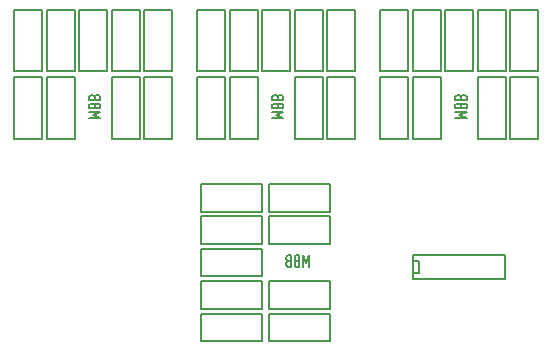
<source format=gbr>
%FSLAX34Y34*%
%MOMM*%
%LNSILK_BOTTOM*%
G71*
G01*
%ADD10C, 0.150*%
%ADD11C, 0.200*%
%ADD12C, 0.175*%
%LPD*%
G54D10*
X380000Y-432000D02*
X380000Y-412000D01*
X457200Y-412000D01*
X457200Y-432000D01*
X380000Y-432000D01*
G54D10*
X380000Y-427000D02*
X380000Y-417000D01*
X385000Y-417000D01*
X385000Y-427000D01*
X380000Y-427000D01*
G54D11*
X65669Y-204081D02*
X65669Y-255919D01*
X42131Y-255919D01*
X42131Y-204081D01*
X65669Y-204081D01*
G54D11*
X93169Y-204081D02*
X93169Y-255919D01*
X69631Y-255919D01*
X69631Y-204081D01*
X93169Y-204081D01*
G54D11*
X120669Y-204081D02*
X120669Y-255919D01*
X97131Y-255919D01*
X97131Y-204081D01*
X120669Y-204081D01*
G54D11*
X148169Y-204081D02*
X148169Y-255919D01*
X124631Y-255919D01*
X124631Y-204081D01*
X148169Y-204081D01*
G54D11*
X175669Y-204081D02*
X175669Y-255919D01*
X152131Y-255919D01*
X152131Y-204081D01*
X175669Y-204081D01*
G54D11*
X65669Y-261581D02*
X65669Y-313419D01*
X42131Y-313419D01*
X42131Y-261581D01*
X65669Y-261581D01*
G54D11*
X93169Y-261581D02*
X93169Y-313419D01*
X69631Y-313419D01*
X69631Y-261581D01*
X93169Y-261581D01*
G54D11*
X148169Y-261581D02*
X148169Y-313419D01*
X124631Y-313419D01*
X124631Y-261581D01*
X148169Y-261581D01*
G54D11*
X175669Y-261581D02*
X175669Y-313419D01*
X152131Y-313419D01*
X152131Y-261581D01*
X175669Y-261581D01*
G54D12*
X105208Y-295944D02*
X114986Y-295944D01*
X108875Y-293500D01*
X114986Y-291056D01*
X105208Y-291056D01*
G54D12*
X105208Y-287634D02*
X114986Y-287634D01*
X114986Y-285189D01*
X114375Y-284211D01*
X113152Y-283722D01*
X111930Y-283722D01*
X110708Y-284211D01*
X110097Y-285189D01*
X109486Y-284211D01*
X108264Y-283722D01*
X107041Y-283722D01*
X105819Y-284211D01*
X105208Y-285189D01*
X105208Y-287634D01*
G54D12*
X110097Y-287634D02*
X110097Y-285189D01*
G54D12*
X105208Y-280300D02*
X114986Y-280300D01*
X114986Y-277856D01*
X114375Y-276878D01*
X113152Y-276389D01*
X111930Y-276389D01*
X110708Y-276878D01*
X110097Y-277856D01*
X109486Y-276878D01*
X108264Y-276389D01*
X107041Y-276389D01*
X105819Y-276878D01*
X105208Y-277856D01*
X105208Y-280300D01*
G54D12*
X110097Y-280300D02*
X110097Y-277856D01*
G54D11*
X220669Y-204081D02*
X220669Y-255919D01*
X197131Y-255919D01*
X197131Y-204081D01*
X220669Y-204081D01*
G54D11*
X248169Y-204081D02*
X248169Y-255919D01*
X224631Y-255919D01*
X224631Y-204081D01*
X248169Y-204081D01*
G54D11*
X275669Y-204081D02*
X275669Y-255919D01*
X252131Y-255919D01*
X252131Y-204081D01*
X275669Y-204081D01*
G54D11*
X303169Y-204081D02*
X303169Y-255919D01*
X279631Y-255919D01*
X279631Y-204081D01*
X303169Y-204081D01*
G54D11*
X330669Y-204081D02*
X330669Y-255919D01*
X307131Y-255919D01*
X307131Y-204081D01*
X330669Y-204081D01*
G54D11*
X220669Y-261581D02*
X220669Y-313419D01*
X197131Y-313419D01*
X197131Y-261581D01*
X220669Y-261581D01*
G54D11*
X248169Y-261581D02*
X248169Y-313419D01*
X224631Y-313419D01*
X224631Y-261581D01*
X248169Y-261581D01*
G54D11*
X303169Y-261581D02*
X303169Y-313419D01*
X279631Y-313419D01*
X279631Y-261581D01*
X303169Y-261581D01*
G54D11*
X330669Y-261581D02*
X330669Y-313419D01*
X307131Y-313419D01*
X307131Y-261581D01*
X330669Y-261581D01*
G54D12*
X260208Y-295944D02*
X269986Y-295944D01*
X263875Y-293500D01*
X269986Y-291056D01*
X260208Y-291056D01*
G54D12*
X260208Y-287634D02*
X269986Y-287634D01*
X269986Y-285189D01*
X269375Y-284211D01*
X268152Y-283722D01*
X266930Y-283722D01*
X265708Y-284211D01*
X265097Y-285189D01*
X264486Y-284211D01*
X263264Y-283722D01*
X262041Y-283722D01*
X260819Y-284211D01*
X260208Y-285189D01*
X260208Y-287634D01*
G54D12*
X265097Y-287634D02*
X265097Y-285189D01*
G54D12*
X260208Y-280300D02*
X269986Y-280300D01*
X269986Y-277856D01*
X269375Y-276878D01*
X268152Y-276389D01*
X266930Y-276389D01*
X265708Y-276878D01*
X265097Y-277856D01*
X264486Y-276878D01*
X263264Y-276389D01*
X262041Y-276389D01*
X260819Y-276878D01*
X260208Y-277856D01*
X260208Y-280300D01*
G54D12*
X265097Y-280300D02*
X265097Y-277856D01*
G54D11*
X375669Y-204081D02*
X375669Y-255919D01*
X352131Y-255919D01*
X352131Y-204081D01*
X375669Y-204081D01*
G54D11*
X403169Y-204081D02*
X403169Y-255919D01*
X379631Y-255919D01*
X379631Y-204081D01*
X403169Y-204081D01*
G54D11*
X430669Y-204081D02*
X430669Y-255919D01*
X407131Y-255919D01*
X407131Y-204081D01*
X430669Y-204081D01*
G54D11*
X458169Y-204081D02*
X458169Y-255919D01*
X434631Y-255919D01*
X434631Y-204081D01*
X458169Y-204081D01*
G54D11*
X485669Y-204081D02*
X485669Y-255919D01*
X462131Y-255919D01*
X462131Y-204081D01*
X485669Y-204081D01*
G54D11*
X375669Y-261581D02*
X375669Y-313419D01*
X352131Y-313419D01*
X352131Y-261581D01*
X375669Y-261581D01*
G54D11*
X403169Y-261581D02*
X403169Y-313419D01*
X379631Y-313419D01*
X379631Y-261581D01*
X403169Y-261581D01*
G54D11*
X458169Y-261581D02*
X458169Y-313419D01*
X434631Y-313419D01*
X434631Y-261581D01*
X458169Y-261581D01*
G54D11*
X485669Y-261581D02*
X485669Y-313419D01*
X462131Y-313419D01*
X462131Y-261581D01*
X485669Y-261581D01*
G54D12*
X415208Y-295944D02*
X424986Y-295944D01*
X418875Y-293500D01*
X424986Y-291056D01*
X415208Y-291056D01*
G54D12*
X415208Y-287634D02*
X424986Y-287634D01*
X424986Y-285189D01*
X424375Y-284211D01*
X423152Y-283722D01*
X421930Y-283722D01*
X420708Y-284211D01*
X420097Y-285189D01*
X419486Y-284211D01*
X418264Y-283722D01*
X417041Y-283722D01*
X415819Y-284211D01*
X415208Y-285189D01*
X415208Y-287634D01*
G54D12*
X420097Y-287634D02*
X420097Y-285189D01*
G54D12*
X415208Y-280300D02*
X424986Y-280300D01*
X424986Y-277856D01*
X424375Y-276878D01*
X423152Y-276389D01*
X421930Y-276389D01*
X420708Y-276878D01*
X420097Y-277856D01*
X419486Y-276878D01*
X418264Y-276389D01*
X417041Y-276389D01*
X415819Y-276878D01*
X415208Y-277856D01*
X415208Y-280300D01*
G54D12*
X420097Y-280300D02*
X420097Y-277856D01*
G54D11*
X199831Y-461581D02*
X251669Y-461581D01*
X251669Y-485119D01*
X199831Y-485119D01*
X199831Y-461581D01*
G54D11*
X199831Y-434081D02*
X251669Y-434081D01*
X251669Y-457619D01*
X199831Y-457619D01*
X199831Y-434081D01*
G54D11*
X199831Y-406581D02*
X251669Y-406581D01*
X251669Y-430119D01*
X199831Y-430119D01*
X199831Y-406581D01*
G54D11*
X199831Y-379081D02*
X251669Y-379081D01*
X251669Y-402619D01*
X199831Y-402619D01*
X199831Y-379081D01*
G54D11*
X199831Y-351581D02*
X251669Y-351581D01*
X251669Y-375119D01*
X199831Y-375119D01*
X199831Y-351581D01*
G54D11*
X257331Y-461581D02*
X309169Y-461581D01*
X309169Y-485119D01*
X257331Y-485119D01*
X257331Y-461581D01*
G54D11*
X257331Y-434081D02*
X309169Y-434081D01*
X309169Y-457619D01*
X257331Y-457619D01*
X257331Y-434081D01*
G54D11*
X257331Y-379081D02*
X309169Y-379081D01*
X309169Y-402619D01*
X257331Y-402619D01*
X257331Y-379081D01*
G54D11*
X257331Y-351581D02*
X309169Y-351581D01*
X309169Y-375119D01*
X257331Y-375119D01*
X257331Y-351581D01*
G54D12*
X291694Y-422042D02*
X291694Y-412264D01*
X289250Y-418375D01*
X286806Y-412264D01*
X286806Y-422042D01*
G54D12*
X283384Y-422042D02*
X283384Y-412264D01*
X280939Y-412264D01*
X279961Y-412875D01*
X279472Y-414098D01*
X279472Y-415320D01*
X279961Y-416542D01*
X280939Y-417153D01*
X279961Y-417764D01*
X279472Y-418986D01*
X279472Y-420208D01*
X279961Y-421431D01*
X280939Y-422042D01*
X283384Y-422042D01*
G54D12*
X283384Y-417153D02*
X280939Y-417153D01*
G54D12*
X276050Y-422042D02*
X276050Y-412264D01*
X273606Y-412264D01*
X272628Y-412875D01*
X272139Y-414098D01*
X272139Y-415320D01*
X272628Y-416542D01*
X273606Y-417153D01*
X272628Y-417764D01*
X272139Y-418986D01*
X272139Y-420208D01*
X272628Y-421431D01*
X273606Y-422042D01*
X276050Y-422042D01*
G54D12*
X276050Y-417153D02*
X273606Y-417153D01*
M02*

</source>
